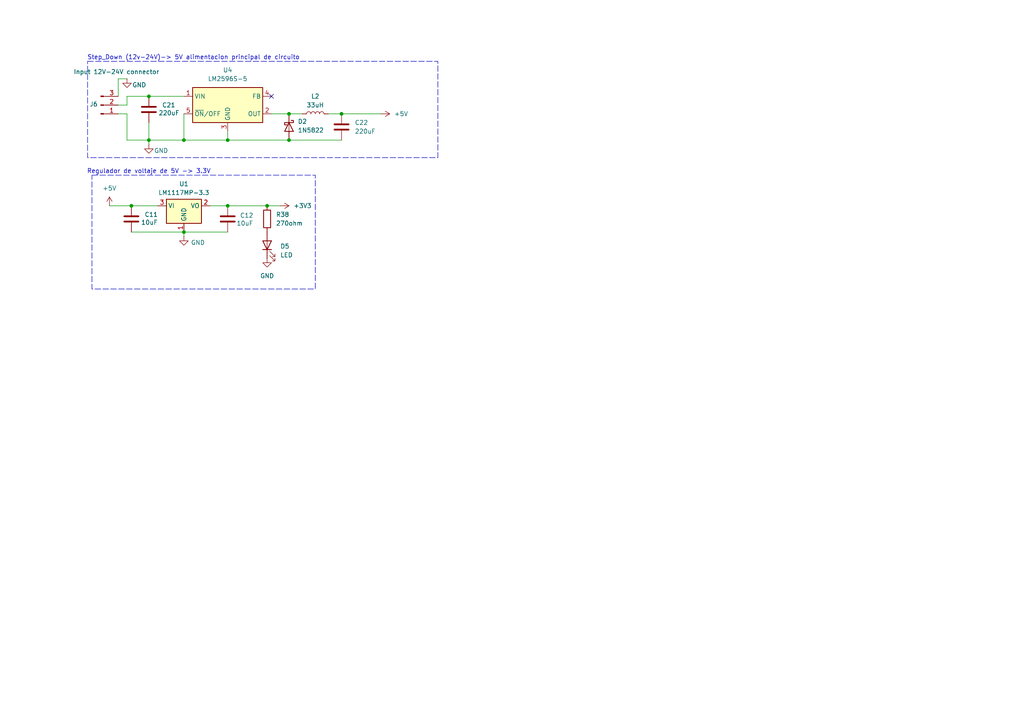
<source format=kicad_sch>
(kicad_sch (version 20231120) (generator "eeschema") (generator_version "8.0")
  (paper "A4")
  (lib_symbols
    (symbol "Connector:Conn_01x03_Pin" (pin_names (offset 1.016) hide)
      (property "Reference" "J" (at 0 5.08 0))
      (property "Value" "Conn_01x03_Pin" (at 0 -5.08 0))
      (symbol "Conn_01x03_Pin_1_1"
        (polyline (pts (xy 1.27 -2.54) (xy 0.8636 -2.54)) (stroke (width 0.1524)))
        (polyline (pts (xy 1.27 0) (xy 0.8636 0)) (stroke (width 0.1524)))
        (polyline (pts (xy 1.27 2.54) (xy 0.8636 2.54)) (stroke (width 0.1524)))
        (rectangle (start 0.8636 -2.413) (end 0 -2.667) (stroke (width 0.1524)) (fill (type outline)))
        (rectangle (start 0.8636 0.127) (end 0 -0.127) (stroke (width 0.1524)) (fill (type outline)))
        (rectangle (start 0.8636 2.667) (end 0 2.413) (stroke (width 0.1524)) (fill (type outline)))
        (pin passive line (at 5.08 2.54 180) (length 3.81) (name "Pin_1") (number "1"))
        (pin passive line (at 5.08 0 180) (length 3.81) (name "Pin_2") (number "2"))
        (pin passive line (at 5.08 -2.54 180) (length 3.81) (name "Pin_3") (number "3"))
      )
    )
    (symbol "Device:C" (pin_numbers hide) (pin_names (offset 0.254))
      (property "Reference" "C" (at 0.635 2.54 0))
      (property "Value" "C" (at 0.635 -2.54 0))
      (symbol "C_0_1"
        (polyline (pts (xy -2.032 -0.762) (xy 2.032 -0.762)) (stroke (width 0.508)))
        (polyline (pts (xy -2.032 0.762) (xy 2.032 0.762)) (stroke (width 0.508)))
      )
      (symbol "C_1_1"
        (pin passive line (at 0 3.81 270) (length 2.794) (name "~") (number "1"))
        (pin passive line (at 0 -3.81 90) (length 2.794) (name "~") (number "2"))
      )
    )
    (symbol "Device:D_Schottky" (pin_numbers hide) (pin_names (offset 1.016) hide)
      (property "Reference" "D" (at 0 2.54 0))
      (property "Value" "D_Schottky" (at 0 -2.54 0))
      (symbol "D_Schottky_0_1"
        (polyline (pts (xy 1.27 0) (xy -1.27 0)))
        (polyline (pts (xy 1.27 1.27) (xy 1.27 -1.27) (xy -1.27 0) (xy 1.27 1.27)) (stroke (width 0.254)))
        (polyline (pts (xy -1.905 0.635) (xy -1.905 1.27) (xy -1.27 1.27) (xy -1.27 -1.27) (xy -0.635 -1.27) (xy -0.635 -0.635)) (stroke (width 0.254)))
      )
      (symbol "D_Schottky_1_1"
        (pin passive line (at -3.81 0 0) (length 2.54) (name "K") (number "1"))
        (pin passive line (at 3.81 0 180) (length 2.54) (name "A") (number "2"))
      )
    )
    (symbol "Device:L" (pin_numbers hide) (pin_names (offset 1.016) hide)
      (property "Reference" "L" (at -1.27 0 90))
      (property "Value" "L" (at 1.905 0 90))
      (symbol "L_0_1"
        (arc (start 0 -2.54) (mid 0.6323 -1.905) (end 0 -1.27))
        (arc (start 0 -1.27) (mid 0.6323 -0.635) (end 0 0))
        (arc (start 0 0) (mid 0.6323 0.635) (end 0 1.27))
        (arc (start 0 1.27) (mid 0.6323 1.905) (end 0 2.54))
      )
      (symbol "L_1_1"
        (pin passive line (at 0 3.81 270) (length 1.27) (name "1") (number "1"))
        (pin passive line (at 0 -3.81 90) (length 1.27) (name "2") (number "2"))
      )
    )
    (symbol "Device:LED" (pin_numbers hide) (pin_names (offset 1.016) hide)
      (property "Reference" "D" (at 0 2.54 0))
      (property "Value" "LED" (at 0 -2.54 0))
      (symbol "LED_0_1"
        (polyline (pts (xy -1.27 -1.27) (xy -1.27 1.27)) (stroke (width 0.254)))
        (polyline (pts (xy -1.27 0) (xy 1.27 0)))
        (polyline (pts (xy 1.27 -1.27) (xy 1.27 1.27) (xy -1.27 0) (xy 1.27 -1.27)) (stroke (width 0.254)))
        (polyline (pts (xy -3.048 -0.762) (xy -4.572 -2.286) (xy -3.81 -2.286) (xy -4.572 -2.286) (xy -4.572 -1.524)))
        (polyline (pts (xy -1.778 -0.762) (xy -3.302 -2.286) (xy -2.54 -2.286) (xy -3.302 -2.286) (xy -3.302 -1.524)))
      )
      (symbol "LED_1_1"
        (pin passive line (at -3.81 0 0) (length 2.54) (name "K") (number "1"))
        (pin passive line (at 3.81 0 180) (length 2.54) (name "A") (number "2"))
      )
    )
    (symbol "Device:R" (pin_numbers hide) (pin_names (offset 0))
      (property "Reference" "R" (at 2.032 0 90))
      (property "Value" "R" (at 0 0 90))
      (symbol "R_0_1"
        (rectangle (start -1.016 -2.54) (end 1.016 2.54) (stroke (width 0.254)))
      )
      (symbol "R_1_1"
        (pin passive line (at 0 3.81 270) (length 1.27) (name "~") (number "1"))
        (pin passive line (at 0 -3.81 90) (length 1.27) (name "~") (number "2"))
      )
    )
    (symbol "Regulator_Linear:LM1117MP-3.3"
      (property "Reference" "U" (at -3.81 3.175 0))
      (property "Value" "LM1117MP-3.3" (at 0 3.175 0))
      (symbol "LM1117MP-3.3_0_1"
        (rectangle (start -5.08 -5.08) (end 5.08 1.905) (stroke (width 0.254)) (fill (type background)))
      )
      (symbol "LM1117MP-3.3_1_1"
        (pin power_in line (at 0 -7.62 90) (length 2.54) (name "GND") (number "1"))
        (pin power_out line (at 7.62 0 180) (length 2.54) (name "VO") (number "2"))
        (pin power_in line (at -7.62 0 0) (length 2.54) (name "VI") (number "3"))
      )
    )
    (symbol "Regulator_Switching:LM2596S-5"
      (property "Reference" "U" (at -10.16 6.35 0))
      (property "Value" "LM2596S-5" (at 0 6.35 0))
      (symbol "LM2596S-5_0_1"
        (rectangle (start -10.16 5.08) (end 10.16 -5.08) (stroke (width 0.254)) (fill (type background)))
      )
      (symbol "LM2596S-5_1_1"
        (pin power_in line (at -12.7 2.54 0) (length 2.54) (name "VIN") (number "1"))
        (pin output line (at 12.7 -2.54 180) (length 2.54) (name "OUT") (number "2"))
        (pin power_in line (at 0 -7.62 90) (length 2.54) (name "GND") (number "3"))
        (pin input line (at 12.7 2.54 180) (length 2.54) (name "FB") (number "4"))
        (pin input line (at -12.7 -2.54 0) (length 2.54) (name "~{ON}/OFF") (number "5"))
      )
    )
    (symbol "power:+3V3" (power) (pin_numbers hide) (pin_names (offset 0) hide)
      (property "Value" "+3V3" (at 0 3.556 0))
      (symbol "+3V3_0_1"
        (polyline (pts (xy -0.762 1.27) (xy 0 2.54)))
        (polyline (pts (xy 0 0) (xy 0 2.54)))
        (polyline (pts (xy 0 2.54) (xy 0.762 1.27)))
      )
      (symbol "+3V3_1_1"
        (pin power_in line (at 0 0 90) (length 0) (name "~") (number "1"))
      )
    )
    (symbol "power:+5V" (power) (pin_numbers hide) (pin_names (offset 0) hide)
      (property "Value" "+5V" (at 0 3.556 0))
      (symbol "+5V_0_1"
        (polyline (pts (xy -0.762 1.27) (xy 0 2.54)))
        (polyline (pts (xy 0 0) (xy 0 2.54)))
        (polyline (pts (xy 0 2.54) (xy 0.762 1.27)))
      )
      (symbol "+5V_1_1"
        (pin power_in line (at 0 0 90) (length 0) (name "~") (number "1"))
      )
    )
    (symbol "power:GND" (power) (pin_numbers hide) (pin_names (offset 0) hide)
      (property "Value" "GND" (at 0 -3.81 0))
      (symbol "GND_0_1"
        (polyline (pts (xy 0 0) (xy 0 -1.27) (xy 1.27 -1.27) (xy 0 -2.54) (xy -1.27 -1.27) (xy 0 -1.27)))
      )
      (symbol "GND_1_1"
        (pin power_in line (at 0 0 270) (length 0) (name "~") (number "1"))
      )
    )
  )
  (junction (at 43.18 40.64))
  (junction (at 43.18 27.94))
  (junction (at 83.82 40.64))
  (junction (at 83.82 33.02))
  (junction (at 53.34 67.31))
  (junction (at 53.34 40.64))
  (junction (at 77.47 59.69))
  (junction (at 66.04 40.64))
  (junction (at 38.1 59.69))
  (junction (at 99.06 33.02))
  (junction (at 66.04 59.69))
  (no_connect (at 78.74 27.94))
  (wire (pts (xy 36.83 27.94) (xy 43.18 27.94)))
  (wire (pts (xy 34.29 22.86) (xy 36.83 22.86)))
  (wire (pts (xy 53.34 67.31) (xy 66.04 67.31)))
  (wire (pts (xy 38.1 67.31) (xy 53.34 67.31)))
  (wire (pts (xy 31.75 59.69) (xy 38.1 59.69)))
  (wire (pts (xy 36.83 30.48) (xy 36.83 27.94)))
  (wire (pts (xy 99.06 33.02) (xy 110.49 33.02)))
  (wire (pts (xy 95.25 33.02) (xy 99.06 33.02)))
  (wire (pts (xy 34.29 33.02) (xy 36.83 33.02)))
  (wire (pts (xy 66.04 38.1) (xy 66.04 40.64)))
  (wire (pts (xy 38.1 59.69) (xy 45.72 59.69)))
  (wire (pts (xy 77.47 59.69) (xy 81.28 59.69)))
  (wire (pts (xy 66.04 59.69) (xy 77.47 59.69)))
  (wire (pts (xy 34.29 30.48) (xy 36.83 30.48)))
  (wire (pts (xy 36.83 40.64) (xy 43.18 40.64)))
  (wire (pts (xy 43.18 40.64) (xy 43.18 41.91)))
  (wire (pts (xy 60.96 59.69) (xy 66.04 59.69)))
  (wire (pts (xy 34.29 27.94) (xy 34.29 22.86)))
  (wire (pts (xy 43.18 27.94) (xy 53.34 27.94)))
  (wire (pts (xy 78.74 33.02) (xy 83.82 33.02)))
  (wire (pts (xy 83.82 40.64) (xy 99.06 40.64)))
  (wire (pts (xy 53.34 40.64) (xy 43.18 40.64)))
  (wire (pts (xy 53.34 67.31) (xy 53.34 68.58)))
  (wire (pts (xy 43.18 35.56) (xy 43.18 40.64)))
  (wire (pts (xy 66.04 40.64) (xy 83.82 40.64)))
  (wire (pts (xy 36.83 33.02) (xy 36.83 40.64)))
  (wire (pts (xy 87.63 33.02) (xy 83.82 33.02)))
  (wire (pts (xy 53.34 33.02) (xy 53.34 40.64)))
  (wire (pts (xy 66.04 40.64) (xy 53.34 40.64)))
  (rectangle (start 25.4 17.78) (end 127 45.72) (stroke (width 0) (type dash)))
  (rectangle (start 26.67 50.8) (end 91.44 83.82) (stroke (width 0) (type dash)))
  (text "Regulador de voltaje de 5V -> 3.3V\n" (at 43.18 49.784 0) (effects (font (size 1.27 1.27))))
  (text "Step_Down (12v-24V)-> 5V alimentacion principal de circuito\n" (at 56.134 16.764 0) (effects (font (size 1.27 1.27))))
  (symbol (lib_id "power:+5V") (at 31.75 59.69 0) (unit 1)
    (property "Reference" "#PWR024" (effects (hide yes)))
    (property "Value" "+5V" (at 31.75 54.61 0))
    (property "Description" "Power symbol creates a global label with name \"+5V\"" (effects (hide yes)))
  )
  (symbol (lib_id "Device:C") (at 66.04 63.5 0) (unit 1)
    (property "Reference" "C12" (at 69.596 62.484 0) (effects (justify left)))
    (property "Value" "10uF" (at 68.58 64.7701 0) (effects (justify left)))
    (property "Footprint" "Capacitor_SMD:C_0805_2012Metric" (effects (hide yes)))
    (property "Description" "Unpolarized capacitor" (effects (hide yes)))
    (property "LCSC Part #" "C15850" (effects (hide yes)))
  )
  (symbol (lib_id "Regulator_Switching:LM2596S-5") (at 66.04 30.48 0) (unit 1)
    (property "Reference" "U4" (at 66.04 20.32 0))
    (property "Value" "LM2596S-5" (at 66.04 22.86 0))
    (property "Footprint" "Package_TO_SOT_SMD:TO-263-5_TabPin3" (effects (hide yes)))
    (property "Datasheet" "http://www.ti.com/lit/ds/symlink/lm2596.pdf" (effects (hide yes)))
    (property "Description" "5V 3A Step-Down Voltage Regulator, TO-263" (effects (hide yes)))
    (property "LCSC Part #" "C2980820" (effects (hide yes)))
  )
  (symbol (lib_id "power:+3V3") (at 81.28 59.69 270) (unit 1)
    (property "Reference" "#PWR023" (effects (hide yes)))
    (property "Value" "+3V3" (at 85.09 59.6899 90) (effects (justify left)))
    (property "Description" "Power symbol creates a global label with name \"+3V3\"" (effects (hide yes)))
  )
  (symbol (lib_id "Connector:Conn_01x03_Pin") (at 29.21 30.48 0) (mirror x) (unit 1)
    (property "Reference" "J6" (at 27.178 30.226 0))
    (property "Value" "Input 12V-24V connector" (at 33.782 20.828 0))
    (property "Footprint" "Connector_AMASS:AMASS_XT60IPW-M_1x03_P7.20mm_Horizontal" (effects (hide yes)))
    (property "Description" "Generic connector, single row, 01x03, script generated" (effects (hide yes)))
  )
  (symbol (lib_id "power:GND") (at 53.34 68.58 0) (unit 1)
    (property "Reference" "#PWR013" (effects (hide yes)))
    (property "Value" "GND" (at 57.404 70.358 0))
    (property "Description" "Power symbol creates a global label with name \"GND\" , ground" (effects (hide yes)))
  )
  (symbol (lib_id "Device:L") (at 91.44 33.02 90) (unit 1)
    (property "Reference" "L2" (at 91.44 27.94 90))
    (property "Value" "33uH" (at 91.44 30.48 90))
    (property "Footprint" "Inductor_SMD:L_Bourns_SRR1260" (effects (hide yes)))
    (property "Description" "Inductor" (effects (hide yes)))
    (property "LCSC Part #" "C9400" (effects (hide yes)))
  )
  (symbol (lib_id "Device:R") (at 77.47 63.5 180) (unit 1)
    (property "Reference" "R38" (at 80.01 62.2299 0) (effects (justify right)))
    (property "Value" "270ohm" (at 80.01 64.7699 0) (effects (justify right)))
    (property "Footprint" "Resistor_SMD:R_0805_2012Metric" (effects (hide yes)))
    (property "Description" "Resistor" (effects (hide yes)))
    (property "LCSC Part #" "C17414" (effects (hide yes)))
  )
  (symbol (lib_id "Device:LED") (at 77.47 71.12 90) (unit 1)
    (property "Reference" "D5" (at 81.28 71.4374 90) (effects (justify right)))
    (property "Value" "LED" (at 81.28 73.9774 90) (effects (justify right)))
    (property "Footprint" "LED_SMD:LED_0805_2012Metric" (effects (hide yes)))
    (property "Description" "Light emitting diode" (effects (hide yes)))
  )
  (symbol (lib_id "Regulator_Linear:LM1117MP-3.3") (at 53.34 59.69 0) (unit 1)
    (property "Reference" "U1" (at 53.34 53.34 0))
    (property "Value" "LM1117MP-3.3" (at 53.34 55.88 0))
    (property "Footprint" "Package_TO_SOT_SMD:SOT-223-3_TabPin2" (effects (hide yes)))
    (property "Datasheet" "http://www.ti.com/lit/ds/symlink/lm1117.pdf" (effects (hide yes)))
    (property "Description" "800mA Low-Dropout Linear Regulator, 3.3V fixed output, SOT-223" (effects (hide yes)))
    (property "LCSC Part #" "C2593" (effects (hide yes)))
  )
  (symbol (lib_id "Device:C") (at 38.1 63.5 0) (unit 1)
    (property "Reference" "C11" (at 41.91 62.2299 0) (effects (justify left)))
    (property "Value" "10uF" (at 40.894 64.516 0) (effects (justify left)))
    (property "Footprint" "Capacitor_SMD:C_0805_2012Metric" (effects (hide yes)))
    (property "Description" "Unpolarized capacitor" (effects (hide yes)))
    (property "LCSC Part #" "C15850" (effects (hide yes)))
  )
  (symbol (lib_id "power:+5V") (at 110.49 33.02 270) (unit 1)
    (property "Reference" "#PWR022" (effects (hide yes)))
    (property "Value" "+5V" (at 114.3 33.0199 90) (effects (justify left)))
    (property "Description" "Power symbol creates a global label with name \"+5V\"" (effects (hide yes)))
  )
  (symbol (lib_id "Device:C") (at 43.18 31.75 0) (unit 1)
    (property "Reference" "C21" (at 46.99 30.4799 0) (effects (justify left)))
    (property "Value" "220uF" (at 45.974 32.766 0) (effects (justify left)))
    (property "Footprint" "Capacitor_SMD:CP_Elec_10x10" (effects (hide yes)))
    (property "Description" "Unpolarized capacitor" (effects (hide yes)))
    (property "LCSC Part #" "C3358" (effects (hide yes)))
  )
  (symbol (lib_id "power:GND") (at 36.83 22.86 0) (unit 1)
    (property "Reference" "#PWR021" (effects (hide yes)))
    (property "Value" "GND" (at 40.386 24.638 0))
    (property "Description" "Power symbol creates a global label with name \"GND\" , ground" (effects (hide yes)))
  )
  (symbol (lib_id "power:GND") (at 77.47 74.93 0) (unit 1)
    (property "Reference" "#PWR092" (effects (hide yes)))
    (property "Value" "GND" (at 77.47 80.01 0))
    (property "Description" "Power symbol creates a global label with name \"GND\" , ground" (effects (hide yes)))
  )
  (symbol (lib_id "power:GND") (at 43.18 41.91 0) (unit 1)
    (property "Reference" "#PWR012" (effects (hide yes)))
    (property "Value" "GND" (at 46.736 43.688 0))
    (property "Description" "Power symbol creates a global label with name \"GND\" , ground" (effects (hide yes)))
  )
  (symbol (lib_id "Device:D_Schottky") (at 83.82 36.83 270) (unit 1)
    (property "Reference" "D2" (at 86.36 35.2424 90) (effects (justify left)))
    (property "Value" "1N5822" (at 86.36 37.7824 90) (effects (justify left)))
    (property "Footprint" "Diode_SMD:D_SMB" (effects (hide yes)))
    (property "Description" "1N5822" (effects (hide yes)))
    (property "LCSC Part #" "C8678" (effects (hide yes)))
  )
  (symbol (lib_id "Device:C") (at 99.06 36.83 0) (unit 1)
    (property "Reference" "C22" (at 102.87 35.5599 0) (effects (justify left)))
    (property "Value" "220uF" (at 102.87 38.0999 0) (effects (justify left)))
    (property "Footprint" "Capacitor_SMD:CP_Elec_10x10" (effects (hide yes)))
    (property "Description" "Unpolarized capacitor" (effects (hide yes)))
    (property "LCSC Part #" "C3358" (effects (hide yes)))
  )
)
</source>
